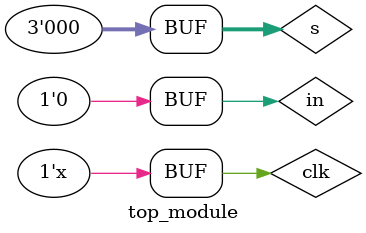
<source format=v>
module top_module();

    reg clk;
    reg in;
    reg [2:0] s;
    wire out;
    
    q7 ins(clk, in, s, out);
    
    initial
        clk = 1'b0;
    always
        #5 clk = ~clk;
    
    initial
        begin
            in = 1'b0; s = 3'd2;
            #10 s = 3'd6;
            #10 in = 1'b1; s = 3'd2;
            #10 in = 1'b0; s = 3'd7;
            #10 in = 1'b1; s = 3'd0;
            #30 in = 1'b0;
        end
    
endmodule


</source>
